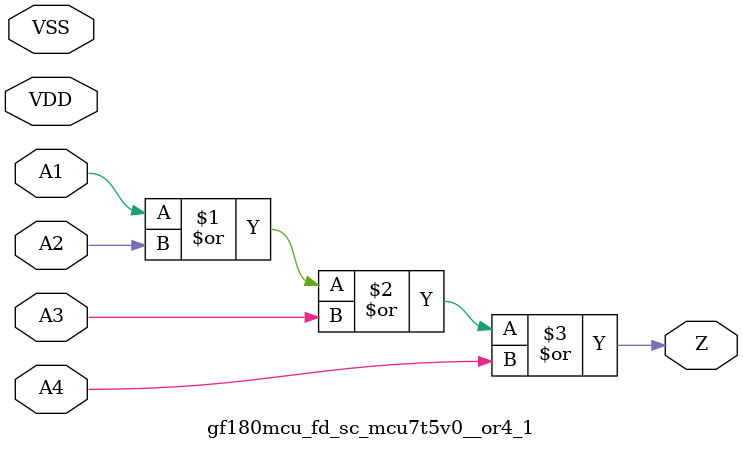
<source format=v>

module gf180mcu_fd_sc_mcu7t5v0__or4_1( A1, A2, A3, A4, Z, VDD, VSS );
input A1, A2, A3, A4;
inout VDD, VSS;
output Z;

	or MGM_BG_0( Z, A1, A2, A3, A4 );

endmodule

</source>
